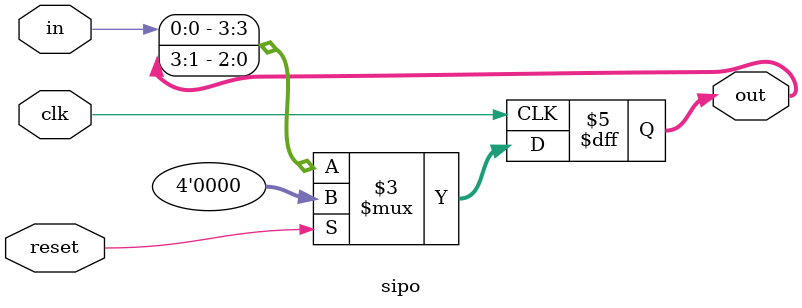
<source format=v>
module sipo(input in,clk,reset,output reg [3:0] out);
  always @(posedge clk)begin
    if(reset)
      out <=0;
    else
      out <= {in,out[3:1]};
  end
endmodule

</source>
